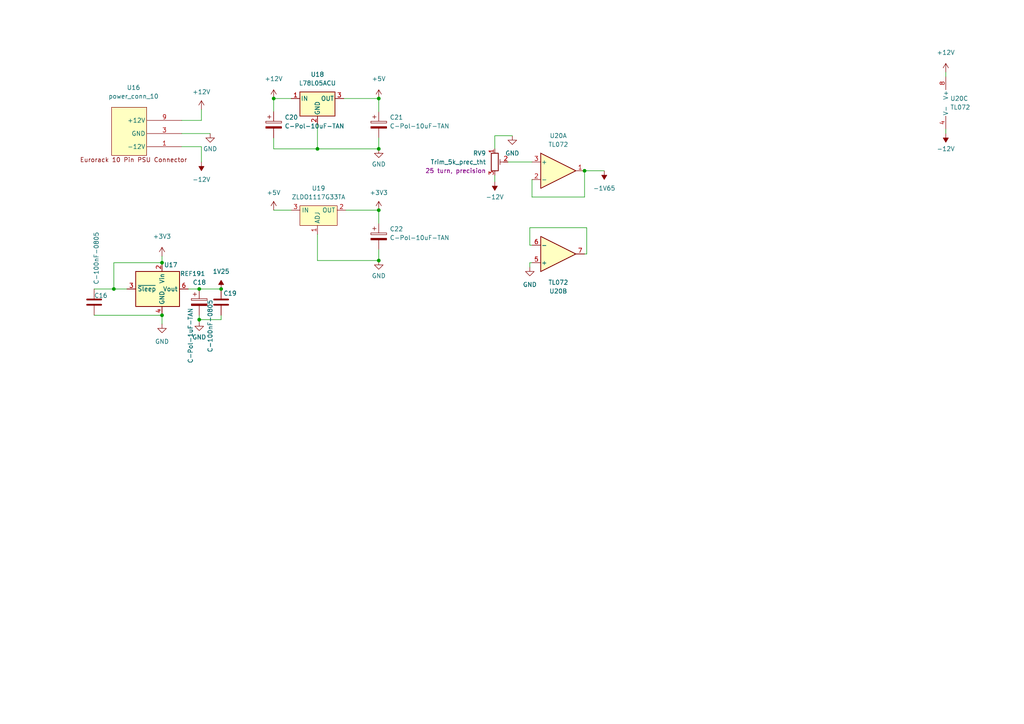
<source format=kicad_sch>
(kicad_sch (version 20211123) (generator eeschema)

  (uuid cddb8587-b792-44f6-83bb-4aacbef2657e)

  (paper "A4")

  (lib_symbols
    (symbol "eurorack:+2V048" (power) (pin_names (offset 0)) (in_bom yes) (on_board yes)
      (property "Reference" "#PWR" (id 0) (at 0 2.54 0)
        (effects (font (size 1.27 1.27)) hide)
      )
      (property "Value" "+2V048" (id 1) (at 0 3.81 0)
        (effects (font (size 1.27 1.27)))
      )
      (property "Footprint" "" (id 2) (at 0 0 0)
        (effects (font (size 1.27 1.27)) hide)
      )
      (property "Datasheet" "" (id 3) (at 0 0 0)
        (effects (font (size 1.27 1.27)) hide)
      )
      (property "ki_keywords" "power-flag" (id 4) (at 0 0 0)
        (effects (font (size 1.27 1.27)) hide)
      )
      (property "ki_description" "Power symbol creates a global label with name \"+2V048\"" (id 5) (at 0 0 0)
        (effects (font (size 1.27 1.27)) hide)
      )
      (symbol "+2V048_0_0"
        (pin power_in line (at 0 0 90) (length 0) hide
          (name "1V25" (effects (font (size 1.27 1.27))))
          (number "1" (effects (font (size 1.27 1.27))))
        )
      )
      (symbol "+2V048_0_1"
        (polyline
          (pts
            (xy 0 0)
            (xy 0 1.27)
            (xy 0.762 1.27)
            (xy 0 2.54)
            (xy -0.762 1.27)
            (xy 0 1.27)
          )
          (stroke (width 0) (type default) (color 0 0 0 0))
          (fill (type outline))
        )
      )
    )
    (symbol "eurorack:-1V65" (power) (pin_names (offset 0)) (in_bom yes) (on_board yes)
      (property "Reference" "#PWR" (id 0) (at 0 2.54 0)
        (effects (font (size 1.27 1.27)) hide)
      )
      (property "Value" "-1V65" (id 1) (at 0 3.81 0)
        (effects (font (size 1.27 1.27)))
      )
      (property "Footprint" "" (id 2) (at 0 0 0)
        (effects (font (size 1.27 1.27)) hide)
      )
      (property "Datasheet" "" (id 3) (at 0 0 0)
        (effects (font (size 1.27 1.27)) hide)
      )
      (property "ki_keywords" "power-flag" (id 4) (at 0 0 0)
        (effects (font (size 1.27 1.27)) hide)
      )
      (property "ki_description" "Power symbol creates a global label with name \"-1V65\"" (id 5) (at 0 0 0)
        (effects (font (size 1.27 1.27)) hide)
      )
      (symbol "-1V65_0_0"
        (pin power_in line (at 0 0 90) (length 0) hide
          (name "-1V65" (effects (font (size 1.27 1.27))))
          (number "1" (effects (font (size 1.27 1.27))))
        )
      )
      (symbol "-1V65_0_1"
        (polyline
          (pts
            (xy 0 0)
            (xy 0 1.27)
            (xy 0.762 1.27)
            (xy 0 2.54)
            (xy -0.762 1.27)
            (xy 0 1.27)
          )
          (stroke (width 0) (type default) (color 0 0 0 0))
          (fill (type outline))
        )
      )
    )
    (symbol "eurorack:C-100nF-0805" (pin_numbers hide) (pin_names (offset 0.254)) (in_bom yes) (on_board yes)
      (property "Reference" "C" (id 0) (at 0.635 2.54 0)
        (effects (font (size 1.27 1.27)) (justify left))
      )
      (property "Value" "C-100nF-0805" (id 1) (at 0.635 -2.54 0)
        (effects (font (size 1.27 1.27)) (justify left))
      )
      (property "Footprint" "Capacitor_SMD:C_0805_2012Metric_Pad1.18x1.45mm_HandSolder" (id 2) (at 0.9652 -3.81 0)
        (effects (font (size 1.27 1.27)) hide)
      )
      (property "Datasheet" "https://secure.reichelt.com/at/en/smd-multilayer-ceramic-capacitor-100-n-10--x7r-g0805-100n-p31879.html?&nbc=1" (id 3) (at 0 0 0)
        (effects (font (size 1.27 1.27)) hide)
      )
      (property "ki_keywords" "cap capacitor" (id 4) (at 0 0 0)
        (effects (font (size 1.27 1.27)) hide)
      )
      (property "ki_description" "Unpolarized capacitor" (id 5) (at 0 0 0)
        (effects (font (size 1.27 1.27)) hide)
      )
      (property "ki_fp_filters" "C_*" (id 6) (at 0 0 0)
        (effects (font (size 1.27 1.27)) hide)
      )
      (symbol "C-100nF-0805_0_1"
        (polyline
          (pts
            (xy -2.032 -0.762)
            (xy 2.032 -0.762)
          )
          (stroke (width 0.508) (type default) (color 0 0 0 0))
          (fill (type none))
        )
        (polyline
          (pts
            (xy -2.032 0.762)
            (xy 2.032 0.762)
          )
          (stroke (width 0.508) (type default) (color 0 0 0 0))
          (fill (type none))
        )
      )
      (symbol "C-100nF-0805_1_1"
        (pin passive line (at 0 3.81 270) (length 2.794)
          (name "~" (effects (font (size 1.27 1.27))))
          (number "1" (effects (font (size 1.27 1.27))))
        )
        (pin passive line (at 0 -3.81 90) (length 2.794)
          (name "~" (effects (font (size 1.27 1.27))))
          (number "2" (effects (font (size 1.27 1.27))))
        )
      )
    )
    (symbol "eurorack:C-Pol-10uF-TAN" (pin_numbers hide) (pin_names (offset 0.254)) (in_bom yes) (on_board yes)
      (property "Reference" "C" (id 0) (at 0.635 2.54 0)
        (effects (font (size 1.27 1.27)) (justify left))
      )
      (property "Value" "C-Pol-10uF-TAN" (id 1) (at 0.635 -2.54 0)
        (effects (font (size 1.27 1.27)) (justify left))
      )
      (property "Footprint" "Capacitor_Tantalum_SMD:CP_EIA-6032-28_Kemet-C" (id 2) (at 0.9652 -3.81 0)
        (effects (font (size 1.27 1.27)) hide)
      )
      (property "Datasheet" "https://www.reichelt.at/at/de/smd-tantal-kondensator-10-f-25v-tps-6032-10-25-p167056.html?r=1" (id 3) (at 0 0 0)
        (effects (font (size 1.27 1.27)) hide)
      )
      (property "ki_keywords" "cap capacitor" (id 4) (at 0 0 0)
        (effects (font (size 1.27 1.27)) hide)
      )
      (property "ki_description" "Polarized capacitor" (id 5) (at 0 0 0)
        (effects (font (size 1.27 1.27)) hide)
      )
      (property "ki_fp_filters" "CP_*" (id 6) (at 0 0 0)
        (effects (font (size 1.27 1.27)) hide)
      )
      (symbol "C-Pol-10uF-TAN_0_1"
        (rectangle (start -2.286 0.508) (end 2.286 1.016)
          (stroke (width 0) (type default) (color 0 0 0 0))
          (fill (type none))
        )
        (polyline
          (pts
            (xy -1.778 2.286)
            (xy -0.762 2.286)
          )
          (stroke (width 0) (type default) (color 0 0 0 0))
          (fill (type none))
        )
        (polyline
          (pts
            (xy -1.27 2.794)
            (xy -1.27 1.778)
          )
          (stroke (width 0) (type default) (color 0 0 0 0))
          (fill (type none))
        )
        (rectangle (start 2.286 -0.508) (end -2.286 -1.016)
          (stroke (width 0) (type default) (color 0 0 0 0))
          (fill (type outline))
        )
      )
      (symbol "C-Pol-10uF-TAN_1_1"
        (pin passive line (at 0 3.81 270) (length 2.794)
          (name "~" (effects (font (size 1.27 1.27))))
          (number "1" (effects (font (size 1.27 1.27))))
        )
        (pin passive line (at 0 -3.81 90) (length 2.794)
          (name "~" (effects (font (size 1.27 1.27))))
          (number "2" (effects (font (size 1.27 1.27))))
        )
      )
    )
    (symbol "eurorack:C-Pol-1uF-TAN" (pin_numbers hide) (pin_names (offset 0.254)) (in_bom yes) (on_board yes)
      (property "Reference" "C" (id 0) (at 0.635 2.54 0)
        (effects (font (size 1.27 1.27)) (justify left))
      )
      (property "Value" "C-Pol-1uF-TAN" (id 1) (at 0.635 -2.54 0)
        (effects (font (size 1.27 1.27)) (justify left))
      )
      (property "Footprint" "Capacitor_Tantalum_SMD:CP_EIA-3216-18_Kemet-A" (id 2) (at 0.9652 -3.81 0)
        (effects (font (size 1.27 1.27)) hide)
      )
      (property "Datasheet" "https://secure.reichelt.com/at/en/smd-tantalum-lowesr-1-f-10-20v-case-a-3-0-ohm-tps-3216-1-0-20-p167044.html?search=1uF+tantal&&r=1" (id 3) (at 0 0 0)
        (effects (font (size 1.27 1.27)) hide)
      )
      (property "ki_keywords" "cap capacitor" (id 4) (at 0 0 0)
        (effects (font (size 1.27 1.27)) hide)
      )
      (property "ki_description" "Polarized capacitor" (id 5) (at 0 0 0)
        (effects (font (size 1.27 1.27)) hide)
      )
      (property "ki_fp_filters" "CP_*" (id 6) (at 0 0 0)
        (effects (font (size 1.27 1.27)) hide)
      )
      (symbol "C-Pol-1uF-TAN_0_1"
        (rectangle (start -2.286 0.508) (end 2.286 1.016)
          (stroke (width 0) (type default) (color 0 0 0 0))
          (fill (type none))
        )
        (polyline
          (pts
            (xy -1.778 2.286)
            (xy -0.762 2.286)
          )
          (stroke (width 0) (type default) (color 0 0 0 0))
          (fill (type none))
        )
        (polyline
          (pts
            (xy -1.27 2.794)
            (xy -1.27 1.778)
          )
          (stroke (width 0) (type default) (color 0 0 0 0))
          (fill (type none))
        )
        (rectangle (start 2.286 -0.508) (end -2.286 -1.016)
          (stroke (width 0) (type default) (color 0 0 0 0))
          (fill (type outline))
        )
      )
      (symbol "C-Pol-1uF-TAN_1_1"
        (pin passive line (at 0 3.81 270) (length 2.794)
          (name "~" (effects (font (size 1.27 1.27))))
          (number "1" (effects (font (size 1.27 1.27))))
        )
        (pin passive line (at 0 -3.81 90) (length 2.794)
          (name "~" (effects (font (size 1.27 1.27))))
          (number "2" (effects (font (size 1.27 1.27))))
        )
      )
    )
    (symbol "eurorack:L78L05ACU" (pin_names (offset 0.254)) (in_bom yes) (on_board yes)
      (property "Reference" "U" (id 0) (at -3.81 3.175 0)
        (effects (font (size 1.27 1.27)))
      )
      (property "Value" "L78L05ACU" (id 1) (at 0 3.175 0)
        (effects (font (size 1.27 1.27)) (justify left))
      )
      (property "Footprint" "Package_TO_SOT_SMD:SOT-89-3_Handsoldering" (id 2) (at 0.635 -3.81 0)
        (effects (font (size 1.27 1.27) italic) (justify left) hide)
      )
      (property "Datasheet" "https://www.reichelt.at/at/de/spannungsregler-fest-5-v-0-1-a-4-sot-89-l78l05acu-stm-p216680.html?PROVID=2807&gclid=Cj0KCQjwio6XBhCMARIsAC0u9aGsJ613NdHO2TXYdSX3UnUBmbKOh2C_8lO8jrG2m-jIcPyTKNHQY9gaAsSyEALw_wcB" (id 3) (at 0 -1.27 0)
        (effects (font (size 1.27 1.27)) hide)
      )
      (property "ki_keywords" "Voltage Regulator 100mA" (id 4) (at 0 0 0)
        (effects (font (size 1.27 1.27)) hide)
      )
      (property "ki_description" "Positive 100mA 5V" (id 5) (at 0 0 0)
        (effects (font (size 1.27 1.27)) hide)
      )
      (property "ki_fp_filters" "TO?252* TO?263* TO?220*" (id 6) (at 0 0 0)
        (effects (font (size 1.27 1.27)) hide)
      )
      (symbol "L78L05ACU_0_1"
        (rectangle (start -5.08 1.905) (end 5.08 -5.08)
          (stroke (width 0.254) (type default) (color 0 0 0 0))
          (fill (type background))
        )
      )
      (symbol "L78L05ACU_1_1"
        (pin power_in line (at -7.62 0 0) (length 2.54)
          (name "IN" (effects (font (size 1.27 1.27))))
          (number "1" (effects (font (size 1.27 1.27))))
        )
        (pin power_in line (at 0 -7.62 90) (length 2.54)
          (name "GND" (effects (font (size 1.27 1.27))))
          (number "2" (effects (font (size 1.27 1.27))))
        )
        (pin power_out line (at 7.62 0 180) (length 2.54)
          (name "OUT" (effects (font (size 1.27 1.27))))
          (number "3" (effects (font (size 1.27 1.27))))
        )
      )
    )
    (symbol "eurorack:REF191" (in_bom yes) (on_board yes)
      (property "Reference" "U" (id 0) (at 2.54 8.89 0)
        (effects (font (size 1.27 1.27)))
      )
      (property "Value" "REF191" (id 1) (at 1.27 6.35 0)
        (effects (font (size 1.27 1.27)) (justify left))
      )
      (property "Footprint" "Package_SO:SO-8_3.9x4.9mm_P1.27mm" (id 2) (at 0 -1.27 0)
        (effects (font (size 1.27 1.27) italic) hide)
      )
      (property "Datasheet" "https://secure.reichelt.com/at/en/voltage-reference-2-048v-soic-8n-ref-191-esz-p185630.html?&trstct=pos_0&nbc=1" (id 3) (at 0 -1.27 0)
        (effects (font (size 1.27 1.27) italic) hide)
      )
      (property "ki_keywords" "Precision voltage references" (id 4) (at 0 0 0)
        (effects (font (size 1.27 1.27)) hide)
      )
      (property "ki_description" "Precision voltage references 2,048V, DIP-8/SO-8/TSSOP-8" (id 5) (at 0 0 0)
        (effects (font (size 1.27 1.27)) hide)
      )
      (property "ki_fp_filters" "DIP*W7.62mm* SOIC*3.9x4.9m*P1.27mm* TSSOP*4.4x3mm*P0.65mm*" (id 6) (at 0 0 0)
        (effects (font (size 1.27 1.27)) hide)
      )
      (symbol "REF191_0_1"
        (rectangle (start -7.62 5.08) (end 5.08 -5.08)
          (stroke (width 0.254) (type default) (color 0 0 0 0))
          (fill (type background))
        )
      )
      (symbol "REF191_1_1"
        (pin no_connect line (at -7.62 2.54 0) (length 2.54) hide
          (name "TP" (effects (font (size 1.27 1.27))))
          (number "1" (effects (font (size 1.27 1.27))))
        )
        (pin power_in line (at 0 7.62 270) (length 2.54)
          (name "Vin" (effects (font (size 1.27 1.27))))
          (number "2" (effects (font (size 1.27 1.27))))
        )
        (pin input line (at -10.16 0 0) (length 2.54)
          (name "~{Sleep}" (effects (font (size 1.27 1.27))))
          (number "3" (effects (font (size 1.27 1.27))))
        )
        (pin power_in line (at 0 -7.62 90) (length 2.54)
          (name "GND" (effects (font (size 1.27 1.27))))
          (number "4" (effects (font (size 1.27 1.27))))
        )
        (pin no_connect line (at -5.08 -5.08 90) (length 2.54) hide
          (name "TP" (effects (font (size 1.27 1.27))))
          (number "5" (effects (font (size 1.27 1.27))))
        )
        (pin power_out line (at 7.62 0 180) (length 2.54)
          (name "Vout" (effects (font (size 1.27 1.27))))
          (number "6" (effects (font (size 1.27 1.27))))
        )
        (pin no_connect line (at -2.54 -5.08 90) (length 2.54) hide
          (name "NC" (effects (font (size 1.27 1.27))))
          (number "7" (effects (font (size 1.27 1.27))))
        )
        (pin no_connect line (at 2.54 -5.08 90) (length 2.54) hide
          (name "NC" (effects (font (size 1.27 1.27))))
          (number "8" (effects (font (size 1.27 1.27))))
        )
      )
    )
    (symbol "eurorack:TL072" (pin_names (offset 0.127)) (in_bom yes) (on_board yes)
      (property "Reference" "U" (id 0) (at 0 5.08 0)
        (effects (font (size 1.27 1.27)) (justify left))
      )
      (property "Value" "TL072" (id 1) (at 0 -5.08 0)
        (effects (font (size 1.27 1.27)) (justify left))
      )
      (property "Footprint" "Package_SO:SO-8_3.9x4.9mm_P1.27mm" (id 2) (at 0 0 0)
        (effects (font (size 1.27 1.27)) hide)
      )
      (property "Datasheet" "http://www.ti.com/lit/ds/symlink/tl071.pdf" (id 3) (at 0 0 0)
        (effects (font (size 1.27 1.27)) hide)
      )
      (property "ki_locked" "" (id 4) (at 0 0 0)
        (effects (font (size 1.27 1.27)))
      )
      (property "ki_keywords" "dual opamp" (id 5) (at 0 0 0)
        (effects (font (size 1.27 1.27)) hide)
      )
      (property "ki_description" "Dual Low-Noise JFET-Input Operational Amplifiers, DIP-8/SOIC-8" (id 6) (at 0 0 0)
        (effects (font (size 1.27 1.27)) hide)
      )
      (property "ki_fp_filters" "SOIC*3.9x4.9mm*P1.27mm* DIP*W7.62mm* TO*99* OnSemi*Micro8* TSSOP*3x3mm*P0.65mm* TSSOP*4.4x3mm*P0.65mm* MSOP*3x3mm*P0.65mm* SSOP*3.9x4.9mm*P0.635mm* LFCSP*2x2mm*P0.5mm* *SIP* SOIC*5.3x6.2mm*P1.27mm*" (id 7) (at 0 0 0)
        (effects (font (size 1.27 1.27)) hide)
      )
      (symbol "TL072_1_1"
        (polyline
          (pts
            (xy -5.08 5.08)
            (xy 5.08 0)
            (xy -5.08 -5.08)
            (xy -5.08 5.08)
          )
          (stroke (width 0.254) (type default) (color 0 0 0 0))
          (fill (type background))
        )
        (pin output line (at 7.62 0 180) (length 2.54)
          (name "~" (effects (font (size 1.27 1.27))))
          (number "1" (effects (font (size 1.27 1.27))))
        )
        (pin input line (at -7.62 -2.54 0) (length 2.54)
          (name "-" (effects (font (size 1.27 1.27))))
          (number "2" (effects (font (size 1.27 1.27))))
        )
        (pin input line (at -7.62 2.54 0) (length 2.54)
          (name "+" (effects (font (size 1.27 1.27))))
          (number "3" (effects (font (size 1.27 1.27))))
        )
      )
      (symbol "TL072_2_1"
        (polyline
          (pts
            (xy -5.08 5.08)
            (xy 5.08 0)
            (xy -5.08 -5.08)
            (xy -5.08 5.08)
          )
          (stroke (width 0.254) (type default) (color 0 0 0 0))
          (fill (type background))
        )
        (pin input line (at -7.62 2.54 0) (length 2.54)
          (name "+" (effects (font (size 1.27 1.27))))
          (number "5" (effects (font (size 1.27 1.27))))
        )
        (pin input line (at -7.62 -2.54 0) (length 2.54)
          (name "-" (effects (font (size 1.27 1.27))))
          (number "6" (effects (font (size 1.27 1.27))))
        )
        (pin output line (at 7.62 0 180) (length 2.54)
          (name "~" (effects (font (size 1.27 1.27))))
          (number "7" (effects (font (size 1.27 1.27))))
        )
      )
      (symbol "TL072_3_1"
        (pin power_in line (at -2.54 -7.62 90) (length 3.81)
          (name "V-" (effects (font (size 1.27 1.27))))
          (number "4" (effects (font (size 1.27 1.27))))
        )
        (pin power_in line (at -2.54 7.62 270) (length 3.81)
          (name "V+" (effects (font (size 1.27 1.27))))
          (number "8" (effects (font (size 1.27 1.27))))
        )
      )
    )
    (symbol "eurorack:Trim_5k_prec_tht" (pin_names (offset 1.016) hide) (in_bom yes) (on_board yes)
      (property "Reference" "RV" (id 0) (at -4.445 0 90)
        (effects (font (size 1.27 1.27)))
      )
      (property "Value" "Trim_5k_prec_tht" (id 1) (at -2.54 0 90)
        (effects (font (size 1.27 1.27)))
      )
      (property "Footprint" "eurorack:trim_2.5mm" (id 2) (at 0 0 0)
        (effects (font (size 1.27 1.27)) hide)
      )
      (property "Datasheet" "https://secure.reichelt.com/at/en/precision-potentiometer-25-turns-upright-5-0-k-x2126--64y-5-0k-p2723.html?&trstct=pos_0&nbc=1" (id 3) (at 0 0 0)
        (effects (font (size 1.27 1.27)) hide)
      )
      (property "Note" "25 turn, precision" (id 4) (at 0 0 0)
        (effects (font (size 1.27 1.27)))
      )
      (property "ki_keywords" "resistor variable trimpot trimmer" (id 5) (at 0 0 0)
        (effects (font (size 1.27 1.27)) hide)
      )
      (property "ki_description" "Trim-potentiometer" (id 6) (at 0 0 0)
        (effects (font (size 1.27 1.27)) hide)
      )
      (property "ki_fp_filters" "Potentiometer*" (id 7) (at 0 0 0)
        (effects (font (size 1.27 1.27)) hide)
      )
      (symbol "Trim_5k_prec_tht_0_1"
        (polyline
          (pts
            (xy 1.524 0.762)
            (xy 1.524 -0.762)
          )
          (stroke (width 0) (type default) (color 0 0 0 0))
          (fill (type none))
        )
        (polyline
          (pts
            (xy 2.54 0)
            (xy 1.524 0)
          )
          (stroke (width 0) (type default) (color 0 0 0 0))
          (fill (type none))
        )
        (rectangle (start 1.016 2.54) (end -1.016 -2.54)
          (stroke (width 0.254) (type default) (color 0 0 0 0))
          (fill (type none))
        )
      )
      (symbol "Trim_5k_prec_tht_1_1"
        (pin passive line (at 0 3.81 270) (length 1.27)
          (name "1" (effects (font (size 1.27 1.27))))
          (number "1" (effects (font (size 1.27 1.27))))
        )
        (pin passive line (at 3.81 0 180) (length 1.27)
          (name "2" (effects (font (size 1.27 1.27))))
          (number "2" (effects (font (size 1.27 1.27))))
        )
        (pin passive line (at 0 -3.81 90) (length 1.27)
          (name "3" (effects (font (size 1.27 1.27))))
          (number "3" (effects (font (size 1.27 1.27))))
        )
      )
    )
    (symbol "eurorack:ZLDO1117G33TA" (in_bom yes) (on_board yes)
      (property "Reference" "U" (id 0) (at 0 0 0)
        (effects (font (size 1.27 1.27)))
      )
      (property "Value" "ZLDO1117G33TA" (id 1) (at 0 1.905 0)
        (effects (font (size 1.27 1.27)))
      )
      (property "Footprint" "Package_TO_SOT_SMD:SOT-223" (id 2) (at 0 0 0)
        (effects (font (size 1.27 1.27)) hide)
      )
      (property "Datasheet" "https://www.reichelt.com/at/en/ldo-voltage-regulator-3-3v-sot-223-3-zldo1117g33ta-p219149.html?&trstct=pos_13&nbc=1" (id 3) (at 0 0 0)
        (effects (font (size 1.27 1.27)) hide)
      )
      (property "ki_description" "3,3V SMD Regulator, 1A max" (id 4) (at 0 0 0)
        (effects (font (size 1.27 1.27)) hide)
      )
      (symbol "ZLDO1117G33TA_0_1"
        (rectangle (start -5.08 -1.27) (end 5.715 -6.985)
          (stroke (width 0) (type default) (color 0 0 0 0))
          (fill (type background))
        )
      )
      (symbol "ZLDO1117G33TA_1_1"
        (pin power_in line (at 0 -9.525 90) (length 2.54)
          (name "ADJ" (effects (font (size 1.27 1.27))))
          (number "1" (effects (font (size 1.27 1.27))))
        )
        (pin power_out line (at 8.255 -2.54 180) (length 2.54)
          (name "OUT" (effects (font (size 1.27 1.27))))
          (number "2" (effects (font (size 1.27 1.27))))
        )
        (pin power_in line (at -7.62 -2.54 0) (length 2.54)
          (name "IN" (effects (font (size 1.27 1.27))))
          (number "3" (effects (font (size 1.27 1.27))))
        )
        (pin power_in line (at 8.255 -2.54 180) (length 2.54) hide
          (name "OUT" (effects (font (size 1.27 1.27))))
          (number "4" (effects (font (size 1.27 1.27))))
        )
      )
    )
    (symbol "eurorack:power_conn_10" (in_bom yes) (on_board yes)
      (property "Reference" "U" (id 0) (at 0 6.35 0)
        (effects (font (size 1.27 1.27)))
      )
      (property "Value" "power_conn_10" (id 1) (at 0 3.81 0)
        (effects (font (size 1.27 1.27)))
      )
      (property "Footprint" "eurorack:power_10" (id 2) (at 2.54 -16.51 0)
        (effects (font (size 1.27 1.27)) hide)
      )
      (property "Datasheet" "" (id 3) (at 0 0 0)
        (effects (font (size 1.27 1.27)) hide)
      )
      (symbol "power_conn_10_0_0"
        (text "Eurorack 10 Pin PSU Connector" (at 1.27 -13.97 0)
          (effects (font (size 1.27 1.27)))
        )
        (pin passive line (at 15.24 -2.54 180) (length 10) hide
          (name "+12V" (effects (font (size 1.27 1.27))))
          (number "10" (effects (font (size 1.27 1.27))))
        )
        (pin passive line (at 15.24 -10.16 180) (length 10) hide
          (name "-12V" (effects (font (size 1.27 1.27))))
          (number "2" (effects (font (size 1.27 1.27))))
        )
        (pin passive line (at 15.24 -6.35 180) (length 10) hide
          (name "GND" (effects (font (size 1.27 1.27))))
          (number "4" (effects (font (size 1.27 1.27))))
        )
        (pin passive line (at 15.24 -6.35 180) (length 10) hide
          (name "GND" (effects (font (size 1.27 1.27))))
          (number "5" (effects (font (size 1.27 1.27))))
        )
        (pin passive line (at 15.24 -6.35 180) (length 10) hide
          (name "GND" (effects (font (size 1.27 1.27))))
          (number "6" (effects (font (size 1.27 1.27))))
        )
        (pin passive line (at 15.24 -6.35 180) (length 10) hide
          (name "GND" (effects (font (size 1.27 1.27))))
          (number "7" (effects (font (size 1.27 1.27))))
        )
        (pin passive line (at 15.24 -6.35 180) (length 10) hide
          (name "GND" (effects (font (size 1.27 1.27))))
          (number "8" (effects (font (size 1.27 1.27))))
        )
      )
      (symbol "power_conn_10_0_1"
        (rectangle (start -5.08 1.27) (end 5.08 -12.7)
          (stroke (width 0) (type default) (color 0 0 0 0))
          (fill (type background))
        )
      )
      (symbol "power_conn_10_1_1"
        (pin passive line (at 15.24 -10.16 180) (length 10)
          (name "-12V" (effects (font (size 1.27 1.27))))
          (number "1" (effects (font (size 1.27 1.27))))
        )
        (pin passive line (at 15.24 -6.35 180) (length 10)
          (name "GND" (effects (font (size 1.27 1.27))))
          (number "3" (effects (font (size 1.27 1.27))))
        )
        (pin passive line (at 15.24 -2.54 180) (length 10)
          (name "+12V" (effects (font (size 1.27 1.27))))
          (number "9" (effects (font (size 1.27 1.27))))
        )
      )
    )
    (symbol "power:+12V" (power) (pin_names (offset 0)) (in_bom yes) (on_board yes)
      (property "Reference" "#PWR" (id 0) (at 0 -3.81 0)
        (effects (font (size 1.27 1.27)) hide)
      )
      (property "Value" "+12V" (id 1) (at 0 3.556 0)
        (effects (font (size 1.27 1.27)))
      )
      (property "Footprint" "" (id 2) (at 0 0 0)
        (effects (font (size 1.27 1.27)) hide)
      )
      (property "Datasheet" "" (id 3) (at 0 0 0)
        (effects (font (size 1.27 1.27)) hide)
      )
      (property "ki_keywords" "power-flag" (id 4) (at 0 0 0)
        (effects (font (size 1.27 1.27)) hide)
      )
      (property "ki_description" "Power symbol creates a global label with name \"+12V\"" (id 5) (at 0 0 0)
        (effects (font (size 1.27 1.27)) hide)
      )
      (symbol "+12V_0_1"
        (polyline
          (pts
            (xy -0.762 1.27)
            (xy 0 2.54)
          )
          (stroke (width 0) (type default) (color 0 0 0 0))
          (fill (type none))
        )
        (polyline
          (pts
            (xy 0 0)
            (xy 0 2.54)
          )
          (stroke (width 0) (type default) (color 0 0 0 0))
          (fill (type none))
        )
        (polyline
          (pts
            (xy 0 2.54)
            (xy 0.762 1.27)
          )
          (stroke (width 0) (type default) (color 0 0 0 0))
          (fill (type none))
        )
      )
      (symbol "+12V_1_1"
        (pin power_in line (at 0 0 90) (length 0) hide
          (name "+12V" (effects (font (size 1.27 1.27))))
          (number "1" (effects (font (size 1.27 1.27))))
        )
      )
    )
    (symbol "power:+3V3" (power) (pin_names (offset 0)) (in_bom yes) (on_board yes)
      (property "Reference" "#PWR" (id 0) (at 0 -3.81 0)
        (effects (font (size 1.27 1.27)) hide)
      )
      (property "Value" "+3V3" (id 1) (at 0 3.556 0)
        (effects (font (size 1.27 1.27)))
      )
      (property "Footprint" "" (id 2) (at 0 0 0)
        (effects (font (size 1.27 1.27)) hide)
      )
      (property "Datasheet" "" (id 3) (at 0 0 0)
        (effects (font (size 1.27 1.27)) hide)
      )
      (property "ki_keywords" "power-flag" (id 4) (at 0 0 0)
        (effects (font (size 1.27 1.27)) hide)
      )
      (property "ki_description" "Power symbol creates a global label with name \"+3V3\"" (id 5) (at 0 0 0)
        (effects (font (size 1.27 1.27)) hide)
      )
      (symbol "+3V3_0_1"
        (polyline
          (pts
            (xy -0.762 1.27)
            (xy 0 2.54)
          )
          (stroke (width 0) (type default) (color 0 0 0 0))
          (fill (type none))
        )
        (polyline
          (pts
            (xy 0 0)
            (xy 0 2.54)
          )
          (stroke (width 0) (type default) (color 0 0 0 0))
          (fill (type none))
        )
        (polyline
          (pts
            (xy 0 2.54)
            (xy 0.762 1.27)
          )
          (stroke (width 0) (type default) (color 0 0 0 0))
          (fill (type none))
        )
      )
      (symbol "+3V3_1_1"
        (pin power_in line (at 0 0 90) (length 0) hide
          (name "+3V3" (effects (font (size 1.27 1.27))))
          (number "1" (effects (font (size 1.27 1.27))))
        )
      )
    )
    (symbol "power:+5V" (power) (pin_names (offset 0)) (in_bom yes) (on_board yes)
      (property "Reference" "#PWR" (id 0) (at 0 -3.81 0)
        (effects (font (size 1.27 1.27)) hide)
      )
      (property "Value" "+5V" (id 1) (at 0 3.556 0)
        (effects (font (size 1.27 1.27)))
      )
      (property "Footprint" "" (id 2) (at 0 0 0)
        (effects (font (size 1.27 1.27)) hide)
      )
      (property "Datasheet" "" (id 3) (at 0 0 0)
        (effects (font (size 1.27 1.27)) hide)
      )
      (property "ki_keywords" "power-flag" (id 4) (at 0 0 0)
        (effects (font (size 1.27 1.27)) hide)
      )
      (property "ki_description" "Power symbol creates a global label with name \"+5V\"" (id 5) (at 0 0 0)
        (effects (font (size 1.27 1.27)) hide)
      )
      (symbol "+5V_0_1"
        (polyline
          (pts
            (xy -0.762 1.27)
            (xy 0 2.54)
          )
          (stroke (width 0) (type default) (color 0 0 0 0))
          (fill (type none))
        )
        (polyline
          (pts
            (xy 0 0)
            (xy 0 2.54)
          )
          (stroke (width 0) (type default) (color 0 0 0 0))
          (fill (type none))
        )
        (polyline
          (pts
            (xy 0 2.54)
            (xy 0.762 1.27)
          )
          (stroke (width 0) (type default) (color 0 0 0 0))
          (fill (type none))
        )
      )
      (symbol "+5V_1_1"
        (pin power_in line (at 0 0 90) (length 0) hide
          (name "+5V" (effects (font (size 1.27 1.27))))
          (number "1" (effects (font (size 1.27 1.27))))
        )
      )
    )
    (symbol "power:-12V" (power) (pin_names (offset 0)) (in_bom yes) (on_board yes)
      (property "Reference" "#PWR" (id 0) (at 0 2.54 0)
        (effects (font (size 1.27 1.27)) hide)
      )
      (property "Value" "-12V" (id 1) (at 0 3.81 0)
        (effects (font (size 1.27 1.27)))
      )
      (property "Footprint" "" (id 2) (at 0 0 0)
        (effects (font (size 1.27 1.27)) hide)
      )
      (property "Datasheet" "" (id 3) (at 0 0 0)
        (effects (font (size 1.27 1.27)) hide)
      )
      (property "ki_keywords" "power-flag" (id 4) (at 0 0 0)
        (effects (font (size 1.27 1.27)) hide)
      )
      (property "ki_description" "Power symbol creates a global label with name \"-12V\"" (id 5) (at 0 0 0)
        (effects (font (size 1.27 1.27)) hide)
      )
      (symbol "-12V_0_0"
        (pin power_in line (at 0 0 90) (length 0) hide
          (name "-12V" (effects (font (size 1.27 1.27))))
          (number "1" (effects (font (size 1.27 1.27))))
        )
      )
      (symbol "-12V_0_1"
        (polyline
          (pts
            (xy 0 0)
            (xy 0 1.27)
            (xy 0.762 1.27)
            (xy 0 2.54)
            (xy -0.762 1.27)
            (xy 0 1.27)
          )
          (stroke (width 0) (type default) (color 0 0 0 0))
          (fill (type outline))
        )
      )
    )
    (symbol "power:GND" (power) (pin_names (offset 0)) (in_bom yes) (on_board yes)
      (property "Reference" "#PWR" (id 0) (at 0 -6.35 0)
        (effects (font (size 1.27 1.27)) hide)
      )
      (property "Value" "GND" (id 1) (at 0 -3.81 0)
        (effects (font (size 1.27 1.27)))
      )
      (property "Footprint" "" (id 2) (at 0 0 0)
        (effects (font (size 1.27 1.27)) hide)
      )
      (property "Datasheet" "" (id 3) (at 0 0 0)
        (effects (font (size 1.27 1.27)) hide)
      )
      (property "ki_keywords" "power-flag" (id 4) (at 0 0 0)
        (effects (font (size 1.27 1.27)) hide)
      )
      (property "ki_description" "Power symbol creates a global label with name \"GND\" , ground" (id 5) (at 0 0 0)
        (effects (font (size 1.27 1.27)) hide)
      )
      (symbol "GND_0_1"
        (polyline
          (pts
            (xy 0 0)
            (xy 0 -1.27)
            (xy 1.27 -1.27)
            (xy 0 -2.54)
            (xy -1.27 -1.27)
            (xy 0 -1.27)
          )
          (stroke (width 0) (type default) (color 0 0 0 0))
          (fill (type none))
        )
      )
      (symbol "GND_1_1"
        (pin power_in line (at 0 0 270) (length 0) hide
          (name "GND" (effects (font (size 1.27 1.27))))
          (number "1" (effects (font (size 1.27 1.27))))
        )
      )
    )
  )

  (junction (at 109.855 43.18) (diameter 0) (color 0 0 0 0)
    (uuid 1a4b81bb-1195-4cfd-883b-63c38391cf02)
  )
  (junction (at 109.855 60.96) (diameter 0) (color 0 0 0 0)
    (uuid 3d1e7952-e07f-4a88-bf93-62d7ff899957)
  )
  (junction (at 92.075 43.18) (diameter 0) (color 0 0 0 0)
    (uuid 520b22b8-b0a6-489d-a739-085d83f2ec20)
  )
  (junction (at 79.375 28.575) (diameter 0) (color 0 0 0 0)
    (uuid 5b17b203-5034-419f-93c0-1a033c455b70)
  )
  (junction (at 57.785 83.82) (diameter 0) (color 0 0 0 0)
    (uuid 762fb739-82dc-48cd-bcd0-7436d60312cd)
  )
  (junction (at 109.855 75.565) (diameter 0) (color 0 0 0 0)
    (uuid 869cb403-d8e6-45ae-8592-2c71160b9454)
  )
  (junction (at 57.785 92.71) (diameter 0) (color 0 0 0 0)
    (uuid 88e6832e-1c81-4cba-aa54-ac9da1fedfc4)
  )
  (junction (at 169.545 49.53) (diameter 0) (color 0 0 0 0)
    (uuid b249aa7a-dc63-4a22-8ce3-c66f8039e5c0)
  )
  (junction (at 46.99 76.2) (diameter 0) (color 0 0 0 0)
    (uuid b3624299-dc69-47e1-942c-61ec61ffe4d4)
  )
  (junction (at 109.855 28.575) (diameter 0) (color 0 0 0 0)
    (uuid d06386da-a3e2-4f70-a97d-63f98eb42634)
  )
  (junction (at 33.02 83.82) (diameter 0) (color 0 0 0 0)
    (uuid d16fd613-313f-4d4c-a109-ec42128d60a8)
  )
  (junction (at 46.99 91.44) (diameter 0) (color 0 0 0 0)
    (uuid de149bcc-e024-460a-8adf-16f06aa6d617)
  )
  (junction (at 64.135 83.82) (diameter 0) (color 0 0 0 0)
    (uuid e9a8df3d-bf56-40b8-9491-29faea66822d)
  )

  (wire (pts (xy 79.375 28.575) (xy 79.375 32.385))
    (stroke (width 0) (type default) (color 0 0 0 0))
    (uuid 020dc2eb-474f-496f-8518-54be14a1ce0f)
  )
  (wire (pts (xy 46.99 91.44) (xy 46.99 93.98))
    (stroke (width 0) (type default) (color 0 0 0 0))
    (uuid 0dea4a7f-6dc3-4b6d-a485-44dbd7d6f80b)
  )
  (wire (pts (xy 92.075 36.195) (xy 92.075 43.18))
    (stroke (width 0) (type default) (color 0 0 0 0))
    (uuid 13b54fb8-1847-478f-820f-11f28d31b1ef)
  )
  (wire (pts (xy 153.67 76.2) (xy 153.67 77.47))
    (stroke (width 0) (type default) (color 0 0 0 0))
    (uuid 1a8d7cc5-0748-4da4-902b-8e99e4371783)
  )
  (wire (pts (xy 100.33 60.96) (xy 109.855 60.96))
    (stroke (width 0) (type default) (color 0 0 0 0))
    (uuid 220f41e9-575b-4029-91bf-038ad11fbc68)
  )
  (wire (pts (xy 33.02 83.82) (xy 33.02 76.2))
    (stroke (width 0) (type default) (color 0 0 0 0))
    (uuid 251061e1-8224-4d96-ba66-d9090cd6d615)
  )
  (wire (pts (xy 109.855 60.96) (xy 109.855 64.77))
    (stroke (width 0) (type default) (color 0 0 0 0))
    (uuid 2606e9cc-4a19-42f8-9df4-2bbf9b6debfd)
  )
  (wire (pts (xy 46.99 74.295) (xy 46.99 76.2))
    (stroke (width 0) (type default) (color 0 0 0 0))
    (uuid 306e31a3-619c-4009-b59d-0779c7772286)
  )
  (wire (pts (xy 79.375 43.18) (xy 92.075 43.18))
    (stroke (width 0) (type default) (color 0 0 0 0))
    (uuid 30ee9500-8f08-4df7-bc71-a426324504ca)
  )
  (wire (pts (xy 274.32 20.955) (xy 274.32 22.225))
    (stroke (width 0) (type default) (color 0 0 0 0))
    (uuid 32314655-32cc-4c58-bae5-5e9e63a3707b)
  )
  (wire (pts (xy 52.705 38.735) (xy 60.96 38.735))
    (stroke (width 0) (type default) (color 0 0 0 0))
    (uuid 3a89afc5-b420-4035-9d9e-ba6eb7ed160c)
  )
  (wire (pts (xy 109.855 40.005) (xy 109.855 43.18))
    (stroke (width 0) (type default) (color 0 0 0 0))
    (uuid 42689d6a-821b-4505-b9c0-5b90cf7da63e)
  )
  (wire (pts (xy 64.135 92.71) (xy 57.785 92.71))
    (stroke (width 0) (type default) (color 0 0 0 0))
    (uuid 4a1108e3-b01f-419e-8e17-d113e2151a97)
  )
  (wire (pts (xy 57.785 91.44) (xy 57.785 92.71))
    (stroke (width 0) (type default) (color 0 0 0 0))
    (uuid 56fc7df3-6435-4e3d-9cd2-ae4377b04e27)
  )
  (wire (pts (xy 27.305 91.44) (xy 46.99 91.44))
    (stroke (width 0) (type default) (color 0 0 0 0))
    (uuid 66081da6-3373-47d7-9150-b7ee81f631ba)
  )
  (wire (pts (xy 79.375 28.575) (xy 84.455 28.575))
    (stroke (width 0) (type default) (color 0 0 0 0))
    (uuid 69ef7ed6-3386-47b4-a7ed-d471b06ce2a2)
  )
  (wire (pts (xy 36.83 83.82) (xy 33.02 83.82))
    (stroke (width 0) (type default) (color 0 0 0 0))
    (uuid 6a7946d9-8082-4789-ad93-5bfff05c8ecb)
  )
  (wire (pts (xy 79.375 40.005) (xy 79.375 43.18))
    (stroke (width 0) (type default) (color 0 0 0 0))
    (uuid 74c60c47-c408-440f-a3aa-b14f8a917c74)
  )
  (wire (pts (xy 154.305 76.2) (xy 153.67 76.2))
    (stroke (width 0) (type default) (color 0 0 0 0))
    (uuid 775ff63c-068c-4e85-871c-01ea70c5d338)
  )
  (wire (pts (xy 52.705 42.545) (xy 58.42 42.545))
    (stroke (width 0) (type default) (color 0 0 0 0))
    (uuid 77b433e7-ea3d-4289-9395-189667cc3cc7)
  )
  (wire (pts (xy 27.305 83.82) (xy 33.02 83.82))
    (stroke (width 0) (type default) (color 0 0 0 0))
    (uuid 807a5643-0d02-4a93-8a59-ef2c068e34cc)
  )
  (wire (pts (xy 52.705 34.925) (xy 58.42 34.925))
    (stroke (width 0) (type default) (color 0 0 0 0))
    (uuid 8522fb32-67ed-4d42-bd7c-28f4f0c3fdeb)
  )
  (wire (pts (xy 109.855 28.575) (xy 109.855 32.385))
    (stroke (width 0) (type default) (color 0 0 0 0))
    (uuid 8568f282-ec5b-4b61-9846-e517a99feba6)
  )
  (wire (pts (xy 64.135 91.44) (xy 64.135 92.71))
    (stroke (width 0) (type default) (color 0 0 0 0))
    (uuid 901c9689-bbaa-402d-97d6-9dcc3e12d751)
  )
  (wire (pts (xy 143.51 39.37) (xy 148.59 39.37))
    (stroke (width 0) (type default) (color 0 0 0 0))
    (uuid 9286c966-744c-4ec7-a90b-db19dc193109)
  )
  (wire (pts (xy 79.375 60.96) (xy 84.455 60.96))
    (stroke (width 0) (type default) (color 0 0 0 0))
    (uuid 930957bc-3f23-4859-9f08-004629849aab)
  )
  (wire (pts (xy 143.51 50.8) (xy 143.51 52.705))
    (stroke (width 0) (type default) (color 0 0 0 0))
    (uuid 95d3c179-2c40-4ee5-a428-96b61c39fcce)
  )
  (wire (pts (xy 154.305 57.15) (xy 169.545 57.15))
    (stroke (width 0) (type default) (color 0 0 0 0))
    (uuid 97d14ddd-8638-4043-b48a-37131a855f06)
  )
  (wire (pts (xy 153.67 66.04) (xy 170.18 66.04))
    (stroke (width 0) (type default) (color 0 0 0 0))
    (uuid 97dda2f9-6bc8-4eb5-a0a9-064c3fe58dbc)
  )
  (wire (pts (xy 57.785 92.71) (xy 57.785 93.345))
    (stroke (width 0) (type default) (color 0 0 0 0))
    (uuid 98dc3286-f72a-49fb-a1fa-741af929788d)
  )
  (wire (pts (xy 274.32 37.465) (xy 274.32 38.735))
    (stroke (width 0) (type default) (color 0 0 0 0))
    (uuid a4ff8c6c-4e88-4833-9141-b08f04a416e9)
  )
  (wire (pts (xy 99.695 28.575) (xy 109.855 28.575))
    (stroke (width 0) (type default) (color 0 0 0 0))
    (uuid a72a5132-a655-4780-be0e-506dfb15651f)
  )
  (wire (pts (xy 33.02 76.2) (xy 46.99 76.2))
    (stroke (width 0) (type default) (color 0 0 0 0))
    (uuid b200d2b7-382f-4d57-a277-41c4570d4303)
  )
  (wire (pts (xy 92.075 67.945) (xy 92.075 75.565))
    (stroke (width 0) (type default) (color 0 0 0 0))
    (uuid b37a7972-f88c-428c-a86f-056b37cd4223)
  )
  (wire (pts (xy 54.61 83.82) (xy 57.785 83.82))
    (stroke (width 0) (type default) (color 0 0 0 0))
    (uuid c2dce361-5c8e-4997-b2cd-ce06602a6203)
  )
  (wire (pts (xy 57.785 83.82) (xy 64.135 83.82))
    (stroke (width 0) (type default) (color 0 0 0 0))
    (uuid c5f0e036-e718-4445-bf83-18f46086c08e)
  )
  (wire (pts (xy 147.32 46.99) (xy 154.305 46.99))
    (stroke (width 0) (type default) (color 0 0 0 0))
    (uuid c9abc670-f50e-41a7-b0c8-f35a108eed71)
  )
  (wire (pts (xy 170.18 66.04) (xy 170.18 73.66))
    (stroke (width 0) (type default) (color 0 0 0 0))
    (uuid d070b372-c0c6-40c7-92de-311f2b2ed224)
  )
  (wire (pts (xy 153.67 71.12) (xy 154.305 71.12))
    (stroke (width 0) (type default) (color 0 0 0 0))
    (uuid d1e76a16-2fd2-4f1f-be3f-d7ce3a3ada05)
  )
  (wire (pts (xy 143.51 43.18) (xy 143.51 39.37))
    (stroke (width 0) (type default) (color 0 0 0 0))
    (uuid d8adad25-b5c2-43c8-b404-5dfbbbca45eb)
  )
  (wire (pts (xy 58.42 34.925) (xy 58.42 31.75))
    (stroke (width 0) (type default) (color 0 0 0 0))
    (uuid df81c4e6-dfee-4e7a-b5d2-26e7b8648e19)
  )
  (wire (pts (xy 170.18 73.66) (xy 169.545 73.66))
    (stroke (width 0) (type default) (color 0 0 0 0))
    (uuid e0d38d11-a2ee-4c7d-9023-8ebdf0cc897d)
  )
  (wire (pts (xy 169.545 57.15) (xy 169.545 49.53))
    (stroke (width 0) (type default) (color 0 0 0 0))
    (uuid e0e6b01e-156a-43c4-a576-e72b6c95bfa8)
  )
  (wire (pts (xy 169.545 49.53) (xy 175.26 49.53))
    (stroke (width 0) (type default) (color 0 0 0 0))
    (uuid e225afe9-542c-4746-a4d3-841c7c2464d1)
  )
  (wire (pts (xy 153.67 71.12) (xy 153.67 66.04))
    (stroke (width 0) (type default) (color 0 0 0 0))
    (uuid e48dc329-a3c1-48c3-8f79-5470000470b6)
  )
  (wire (pts (xy 154.305 52.07) (xy 154.305 57.15))
    (stroke (width 0) (type default) (color 0 0 0 0))
    (uuid ecc0a29b-1988-42aa-aaf3-9a4e3afef900)
  )
  (wire (pts (xy 58.42 42.545) (xy 58.42 46.99))
    (stroke (width 0) (type default) (color 0 0 0 0))
    (uuid ee60a061-1c60-44b4-927e-90867efd0d5d)
  )
  (wire (pts (xy 92.075 43.18) (xy 109.855 43.18))
    (stroke (width 0) (type default) (color 0 0 0 0))
    (uuid f101cb1a-5b89-4bfd-90d0-5c2dae413345)
  )
  (wire (pts (xy 92.075 75.565) (xy 109.855 75.565))
    (stroke (width 0) (type default) (color 0 0 0 0))
    (uuid f8aa346d-c918-486c-8a5c-a637b8932b4e)
  )
  (wire (pts (xy 109.855 72.39) (xy 109.855 75.565))
    (stroke (width 0) (type default) (color 0 0 0 0))
    (uuid fb94e6a5-5702-4c03-a071-9b54cf462fc7)
  )

  (symbol (lib_id "eurorack:power_conn_10") (at 37.465 32.385 0) (unit 1)
    (in_bom yes) (on_board yes) (fields_autoplaced)
    (uuid 0110dc09-7260-4b72-824b-88272648f7c3)
    (property "Reference" "U16" (id 0) (at 38.735 25.4 0))
    (property "Value" "power_conn_10" (id 1) (at 38.735 27.94 0))
    (property "Footprint" "eurorack:power_10" (id 2) (at 40.005 48.895 0)
      (effects (font (size 1.27 1.27)) hide)
    )
    (property "Datasheet" "" (id 3) (at 37.465 32.385 0)
      (effects (font (size 1.27 1.27)) hide)
    )
    (pin "10" (uuid a45d2dd7-53a5-4cfd-92f3-f5f9496b3443))
    (pin "2" (uuid 94891a7b-484b-44d2-ad01-b3555e1dda6b))
    (pin "4" (uuid 898f5c06-1da9-4b8e-a8e9-ea521df42a89))
    (pin "5" (uuid aadab0ae-fba7-419a-9254-38bb7ddc9096))
    (pin "6" (uuid 3058875a-ed28-4d71-9b42-6c13f2ee2b51))
    (pin "7" (uuid bca1fa6a-7989-4458-ac98-9d508562f3f7))
    (pin "8" (uuid 11e2ba29-8097-4401-a18c-edd3e9b4b57b))
    (pin "1" (uuid 1d9a138a-4a83-4049-adda-21278f291f2c))
    (pin "3" (uuid 0ff00bb7-155e-443d-84f3-0e38d6414e9d))
    (pin "9" (uuid 0e4bddbf-badc-4d40-9d9b-609116ebcdbd))
  )

  (symbol (lib_id "power:-12V") (at 143.51 52.705 180) (unit 1)
    (in_bom yes) (on_board yes) (fields_autoplaced)
    (uuid 0671fe2c-4d2a-4ddb-849f-9250cbc0774a)
    (property "Reference" "#PWR087" (id 0) (at 143.51 55.245 0)
      (effects (font (size 1.27 1.27)) hide)
    )
    (property "Value" "-12V" (id 1) (at 143.51 57.15 0))
    (property "Footprint" "" (id 2) (at 143.51 52.705 0)
      (effects (font (size 1.27 1.27)) hide)
    )
    (property "Datasheet" "" (id 3) (at 143.51 52.705 0)
      (effects (font (size 1.27 1.27)) hide)
    )
    (pin "1" (uuid 32617ab0-e6ae-4721-ba0c-cb73ee9364bd))
  )

  (symbol (lib_id "power:+12V") (at 79.375 28.575 0) (unit 1)
    (in_bom yes) (on_board yes) (fields_autoplaced)
    (uuid 096b5392-b9dc-427a-8737-ea092f5d8dc6)
    (property "Reference" "#PWR081" (id 0) (at 79.375 32.385 0)
      (effects (font (size 1.27 1.27)) hide)
    )
    (property "Value" "+12V" (id 1) (at 79.375 22.86 0))
    (property "Footprint" "" (id 2) (at 79.375 28.575 0)
      (effects (font (size 1.27 1.27)) hide)
    )
    (property "Datasheet" "" (id 3) (at 79.375 28.575 0)
      (effects (font (size 1.27 1.27)) hide)
    )
    (pin "1" (uuid dcb37ab6-e6eb-44d9-9970-d25590b8aa98))
  )

  (symbol (lib_id "power:GND") (at 109.855 75.565 0) (unit 1)
    (in_bom yes) (on_board yes) (fields_autoplaced)
    (uuid 0cd7cf84-f35d-4b56-b015-61b7817bc01f)
    (property "Reference" "#PWR086" (id 0) (at 109.855 81.915 0)
      (effects (font (size 1.27 1.27)) hide)
    )
    (property "Value" "GND" (id 1) (at 109.855 80.01 0))
    (property "Footprint" "" (id 2) (at 109.855 75.565 0)
      (effects (font (size 1.27 1.27)) hide)
    )
    (property "Datasheet" "" (id 3) (at 109.855 75.565 0)
      (effects (font (size 1.27 1.27)) hide)
    )
    (pin "1" (uuid 0ca6e8a4-7a1c-42c2-800f-33836ed5bd36))
  )

  (symbol (lib_id "eurorack:Trim_5k_prec_tht") (at 143.51 46.99 0) (unit 1)
    (in_bom yes) (on_board yes) (fields_autoplaced)
    (uuid 198d0af1-5b67-4603-95c5-4cd87c500db2)
    (property "Reference" "RV9" (id 0) (at 140.97 44.4499 0)
      (effects (font (size 1.27 1.27)) (justify right))
    )
    (property "Value" "Trim_5k_prec_tht" (id 1) (at 140.97 46.9899 0)
      (effects (font (size 1.27 1.27)) (justify right))
    )
    (property "Footprint" "eurorack:trim_2.5mm" (id 2) (at 143.51 46.99 0)
      (effects (font (size 1.27 1.27)) hide)
    )
    (property "Datasheet" "https://secure.reichelt.com/at/en/precision-potentiometer-25-turns-upright-5-0-k-x2126--64y-5-0k-p2723.html?&trstct=pos_0&nbc=1" (id 3) (at 143.51 46.99 0)
      (effects (font (size 1.27 1.27)) hide)
    )
    (property "Note" "25 turn, precision" (id 4) (at 140.97 49.5299 0)
      (effects (font (size 1.27 1.27)) (justify right))
    )
    (pin "1" (uuid 1567daac-fc19-4d91-9614-5997c53df3de))
    (pin "2" (uuid b35b8930-2c4e-4228-98e9-582f09040df0))
    (pin "3" (uuid a1f02da2-7722-4b16-9195-daec24eee785))
  )

  (symbol (lib_id "power:+5V") (at 79.375 60.96 0) (unit 1)
    (in_bom yes) (on_board yes) (fields_autoplaced)
    (uuid 2df66250-7ab7-47d2-9e26-c353fdeb0a68)
    (property "Reference" "#PWR082" (id 0) (at 79.375 64.77 0)
      (effects (font (size 1.27 1.27)) hide)
    )
    (property "Value" "+5V" (id 1) (at 79.375 55.88 0))
    (property "Footprint" "" (id 2) (at 79.375 60.96 0)
      (effects (font (size 1.27 1.27)) hide)
    )
    (property "Datasheet" "" (id 3) (at 79.375 60.96 0)
      (effects (font (size 1.27 1.27)) hide)
    )
    (pin "1" (uuid eb161ae4-1026-404b-9cc8-5b15f3b0669f))
  )

  (symbol (lib_id "power:GND") (at 46.99 93.98 0) (unit 1)
    (in_bom yes) (on_board yes) (fields_autoplaced)
    (uuid 367be1bc-7c57-45db-ab84-e38d00b6d01e)
    (property "Reference" "#PWR075" (id 0) (at 46.99 100.33 0)
      (effects (font (size 1.27 1.27)) hide)
    )
    (property "Value" "GND" (id 1) (at 46.99 99.06 0))
    (property "Footprint" "" (id 2) (at 46.99 93.98 0)
      (effects (font (size 1.27 1.27)) hide)
    )
    (property "Datasheet" "" (id 3) (at 46.99 93.98 0)
      (effects (font (size 1.27 1.27)) hide)
    )
    (pin "1" (uuid b0e8c305-2106-4b49-bf0e-a05b3471342f))
  )

  (symbol (lib_id "power:-12V") (at 274.32 38.735 180) (unit 1)
    (in_bom yes) (on_board yes) (fields_autoplaced)
    (uuid 4684409c-a186-48aa-a9a1-4ff36a8a81e4)
    (property "Reference" "#PWR092" (id 0) (at 274.32 41.275 0)
      (effects (font (size 1.27 1.27)) hide)
    )
    (property "Value" "-12V" (id 1) (at 274.32 43.18 0))
    (property "Footprint" "" (id 2) (at 274.32 38.735 0)
      (effects (font (size 1.27 1.27)) hide)
    )
    (property "Datasheet" "" (id 3) (at 274.32 38.735 0)
      (effects (font (size 1.27 1.27)) hide)
    )
    (pin "1" (uuid 9d1fc73a-7cb2-42ab-bc06-4c05dd129a33))
  )

  (symbol (lib_id "eurorack:L78L05ACU") (at 92.075 28.575 0) (unit 1)
    (in_bom yes) (on_board yes) (fields_autoplaced)
    (uuid 4698fe25-be48-4bd9-9c3f-bff9cceafc29)
    (property "Reference" "U18" (id 0) (at 92.075 21.59 0))
    (property "Value" "L78L05ACU" (id 1) (at 92.075 24.13 0))
    (property "Footprint" "Package_TO_SOT_SMD:SOT-89-3_Handsoldering" (id 2) (at 92.71 32.385 0)
      (effects (font (size 1.27 1.27) italic) (justify left) hide)
    )
    (property "Datasheet" "https://www.reichelt.at/at/de/spannungsregler-fest-5-v-0-1-a-4-sot-89-l78l05acu-stm-p216680.html?PROVID=2807&gclid=Cj0KCQjwio6XBhCMARIsAC0u9aGsJ613NdHO2TXYdSX3UnUBmbKOh2C_8lO8jrG2m-jIcPyTKNHQY9gaAsSyEALw_wcB" (id 3) (at 92.075 29.845 0)
      (effects (font (size 1.27 1.27)) hide)
    )
    (pin "1" (uuid 7975a1d6-d604-436d-9ab6-71261755ac60))
    (pin "2" (uuid 14c3e9cd-1a0b-472d-9872-8a8e3043b1ac))
    (pin "3" (uuid e8947fdd-10ee-4272-94ad-2c1fe62ca95a))
  )

  (symbol (lib_id "eurorack:C-Pol-10uF-TAN") (at 109.855 36.195 0) (unit 1)
    (in_bom yes) (on_board yes) (fields_autoplaced)
    (uuid 469ff368-5ab8-471a-93d7-0000342f848d)
    (property "Reference" "C21" (id 0) (at 113.03 34.0359 0)
      (effects (font (size 1.27 1.27)) (justify left))
    )
    (property "Value" "C-Pol-10uF-TAN" (id 1) (at 113.03 36.5759 0)
      (effects (font (size 1.27 1.27)) (justify left))
    )
    (property "Footprint" "Capacitor_Tantalum_SMD:CP_EIA-6032-28_Kemet-C" (id 2) (at 110.8202 40.005 0)
      (effects (font (size 1.27 1.27)) hide)
    )
    (property "Datasheet" "https://www.reichelt.at/at/de/smd-tantal-kondensator-10-f-25v-tps-6032-10-25-p167056.html?r=1" (id 3) (at 109.855 36.195 0)
      (effects (font (size 1.27 1.27)) hide)
    )
    (pin "1" (uuid 21fbcee5-4817-4384-9b83-44a954620df0))
    (pin "2" (uuid 28eeb385-98eb-4d49-a7f3-3502f0966b5a))
  )

  (symbol (lib_id "eurorack:C-100nF-0805") (at 64.135 87.63 0) (unit 1)
    (in_bom yes) (on_board yes)
    (uuid 4a46fb07-e4a7-4856-9e58-60d4c8cde72e)
    (property "Reference" "C19" (id 0) (at 64.77 85.09 0)
      (effects (font (size 1.27 1.27)) (justify left))
    )
    (property "Value" "C-100nF-0805" (id 1) (at 60.96 102.235 90)
      (effects (font (size 1.27 1.27)) (justify left))
    )
    (property "Footprint" "Capacitor_SMD:C_0805_2012Metric_Pad1.18x1.45mm_HandSolder" (id 2) (at 65.1002 91.44 0)
      (effects (font (size 1.27 1.27)) hide)
    )
    (property "Datasheet" "https://secure.reichelt.com/at/en/smd-multilayer-ceramic-capacitor-100-n-10--x7r-g0805-100n-p31879.html?&nbc=1" (id 3) (at 64.135 87.63 0)
      (effects (font (size 1.27 1.27)) hide)
    )
    (pin "1" (uuid a2f14271-3df2-4df8-a4ca-ed10001916a0))
    (pin "2" (uuid a627b902-ade7-4458-974a-368367bcaf1d))
  )

  (symbol (lib_id "power:GND") (at 57.785 93.345 0) (unit 1)
    (in_bom yes) (on_board yes) (fields_autoplaced)
    (uuid 68ae3af5-0534-4b57-9021-9f5997cacdd1)
    (property "Reference" "#PWR076" (id 0) (at 57.785 99.695 0)
      (effects (font (size 1.27 1.27)) hide)
    )
    (property "Value" "GND" (id 1) (at 57.785 97.79 0))
    (property "Footprint" "" (id 2) (at 57.785 93.345 0)
      (effects (font (size 1.27 1.27)) hide)
    )
    (property "Datasheet" "" (id 3) (at 57.785 93.345 0)
      (effects (font (size 1.27 1.27)) hide)
    )
    (pin "1" (uuid ee0297a9-b004-43e2-aebf-29fc05ec896b))
  )

  (symbol (lib_id "eurorack:C-100nF-0805") (at 27.305 87.63 0) (unit 1)
    (in_bom yes) (on_board yes)
    (uuid 75075540-1964-459e-b37d-d4032799214a)
    (property "Reference" "C16" (id 0) (at 27.305 85.725 0)
      (effects (font (size 1.27 1.27)) (justify left))
    )
    (property "Value" "C-100nF-0805" (id 1) (at 27.94 82.55 90)
      (effects (font (size 1.27 1.27)) (justify left))
    )
    (property "Footprint" "Capacitor_SMD:C_0805_2012Metric_Pad1.18x1.45mm_HandSolder" (id 2) (at 28.2702 91.44 0)
      (effects (font (size 1.27 1.27)) hide)
    )
    (property "Datasheet" "https://secure.reichelt.com/at/en/smd-multilayer-ceramic-capacitor-100-n-10--x7r-g0805-100n-p31879.html?&nbc=1" (id 3) (at 27.305 87.63 0)
      (effects (font (size 1.27 1.27)) hide)
    )
    (pin "1" (uuid 2bcaaca1-58bb-4f7a-882f-6f9eb58c0f88))
    (pin "2" (uuid 7e337972-ac00-4d75-a8a7-ccb92f14a23f))
  )

  (symbol (lib_id "eurorack:TL072") (at 161.925 49.53 0) (unit 1)
    (in_bom yes) (on_board yes) (fields_autoplaced)
    (uuid 80d37fb5-8049-4042-a6cf-7f4a87fb0437)
    (property "Reference" "U20" (id 0) (at 161.925 39.37 0))
    (property "Value" "TL072" (id 1) (at 161.925 41.91 0))
    (property "Footprint" "Package_SO:SO-8_3.9x4.9mm_P1.27mm" (id 2) (at 161.925 49.53 0)
      (effects (font (size 1.27 1.27)) hide)
    )
    (property "Datasheet" "http://www.ti.com/lit/ds/symlink/tl071.pdf" (id 3) (at 161.925 49.53 0)
      (effects (font (size 1.27 1.27)) hide)
    )
    (pin "1" (uuid 582851e6-fc16-4138-a2e9-8a24c6465b10))
    (pin "2" (uuid 72bcc4bb-42cb-4abb-a246-3682e545227a))
    (pin "3" (uuid a64f5ef3-817b-43de-b52d-2adeb611345a))
  )

  (symbol (lib_id "power:+5V") (at 109.855 28.575 0) (unit 1)
    (in_bom yes) (on_board yes) (fields_autoplaced)
    (uuid 866bfefe-2ba6-43d6-bdb5-9bfb4adf7a60)
    (property "Reference" "#PWR083" (id 0) (at 109.855 32.385 0)
      (effects (font (size 1.27 1.27)) hide)
    )
    (property "Value" "+5V" (id 1) (at 109.855 22.86 0))
    (property "Footprint" "" (id 2) (at 109.855 28.575 0)
      (effects (font (size 1.27 1.27)) hide)
    )
    (property "Datasheet" "" (id 3) (at 109.855 28.575 0)
      (effects (font (size 1.27 1.27)) hide)
    )
    (pin "1" (uuid 206b9a2b-65a9-4435-9846-9d042d07b14e))
  )

  (symbol (lib_id "eurorack:ZLDO1117G33TA") (at 92.075 58.42 0) (unit 1)
    (in_bom yes) (on_board yes) (fields_autoplaced)
    (uuid 885721f2-5906-4c87-b7c5-9a9ae02f9855)
    (property "Reference" "U19" (id 0) (at 92.3925 54.61 0))
    (property "Value" "ZLDO1117G33TA" (id 1) (at 92.3925 57.15 0))
    (property "Footprint" "Package_TO_SOT_SMD:SOT-223" (id 2) (at 92.075 58.42 0)
      (effects (font (size 1.27 1.27)) hide)
    )
    (property "Datasheet" "https://www.reichelt.com/at/en/ldo-voltage-regulator-3-3v-sot-223-3-zldo1117g33ta-p219149.html?&trstct=pos_13&nbc=1" (id 3) (at 92.075 58.42 0)
      (effects (font (size 1.27 1.27)) hide)
    )
    (pin "1" (uuid 7b6ab3ea-5e0f-422c-a523-0103a0e12e12))
    (pin "2" (uuid d8831995-494c-4222-9b09-b76615d88eec))
    (pin "3" (uuid ed2e3504-2947-41d7-87d2-7f5788d316ec))
    (pin "4" (uuid 3b96bf5b-29f3-42d0-b7f8-9ecae832b55d))
  )

  (symbol (lib_id "power:+3V3") (at 109.855 60.96 0) (unit 1)
    (in_bom yes) (on_board yes) (fields_autoplaced)
    (uuid 8c462594-9baf-4f21-b294-2cb5f3c49694)
    (property "Reference" "#PWR085" (id 0) (at 109.855 64.77 0)
      (effects (font (size 1.27 1.27)) hide)
    )
    (property "Value" "+3V3" (id 1) (at 109.855 55.88 0))
    (property "Footprint" "" (id 2) (at 109.855 60.96 0)
      (effects (font (size 1.27 1.27)) hide)
    )
    (property "Datasheet" "" (id 3) (at 109.855 60.96 0)
      (effects (font (size 1.27 1.27)) hide)
    )
    (pin "1" (uuid 395da458-ba5c-40f0-9cac-103428cb32c1))
  )

  (symbol (lib_id "power:GND") (at 60.96 38.735 0) (unit 1)
    (in_bom yes) (on_board yes) (fields_autoplaced)
    (uuid 937895b2-5ca8-4752-94c7-d0c154a59ebf)
    (property "Reference" "#PWR079" (id 0) (at 60.96 45.085 0)
      (effects (font (size 1.27 1.27)) hide)
    )
    (property "Value" "GND" (id 1) (at 60.96 43.18 0))
    (property "Footprint" "" (id 2) (at 60.96 38.735 0)
      (effects (font (size 1.27 1.27)) hide)
    )
    (property "Datasheet" "" (id 3) (at 60.96 38.735 0)
      (effects (font (size 1.27 1.27)) hide)
    )
    (pin "1" (uuid a31b616e-2b55-4311-96a4-aa0b249b9912))
  )

  (symbol (lib_id "eurorack:C-Pol-10uF-TAN") (at 79.375 36.195 0) (unit 1)
    (in_bom yes) (on_board yes) (fields_autoplaced)
    (uuid 99244614-7540-475b-86fe-438116ab29e4)
    (property "Reference" "C20" (id 0) (at 82.55 34.0359 0)
      (effects (font (size 1.27 1.27)) (justify left))
    )
    (property "Value" "C-Pol-10uF-TAN" (id 1) (at 82.55 36.5759 0)
      (effects (font (size 1.27 1.27)) (justify left))
    )
    (property "Footprint" "Capacitor_Tantalum_SMD:CP_EIA-6032-28_Kemet-C" (id 2) (at 80.3402 40.005 0)
      (effects (font (size 1.27 1.27)) hide)
    )
    (property "Datasheet" "https://www.reichelt.at/at/de/smd-tantal-kondensator-10-f-25v-tps-6032-10-25-p167056.html?r=1" (id 3) (at 79.375 36.195 0)
      (effects (font (size 1.27 1.27)) hide)
    )
    (pin "1" (uuid 3cac31f4-b1db-4e6c-a9c5-c69e48a0ff46))
    (pin "2" (uuid 0a6df09e-2301-4a06-95b6-2d7492b1da1e))
  )

  (symbol (lib_id "eurorack:C-Pol-1uF-TAN") (at 57.785 87.63 0) (unit 1)
    (in_bom yes) (on_board yes)
    (uuid 9c623d99-7204-441b-9494-1bf40109f4b6)
    (property "Reference" "C18" (id 0) (at 55.88 81.915 0)
      (effects (font (size 1.27 1.27)) (justify left))
    )
    (property "Value" "C-Pol-1uF-TAN" (id 1) (at 55.245 105.41 90)
      (effects (font (size 1.27 1.27)) (justify left))
    )
    (property "Footprint" "Capacitor_Tantalum_SMD:CP_EIA-3216-18_Kemet-A" (id 2) (at 58.7502 91.44 0)
      (effects (font (size 1.27 1.27)) hide)
    )
    (property "Datasheet" "https://secure.reichelt.com/at/en/smd-tantalum-lowesr-1-f-10-20v-case-a-3-0-ohm-tps-3216-1-0-20-p167044.html?search=1uF+tantal&&r=1" (id 3) (at 57.785 87.63 0)
      (effects (font (size 1.27 1.27)) hide)
    )
    (pin "1" (uuid d0fa401f-ddd3-4005-a838-2decf7864268))
    (pin "2" (uuid b89aa63c-a739-4289-b1d3-500cd1dcc8d4))
  )

  (symbol (lib_id "power:+3V3") (at 46.99 74.295 0) (unit 1)
    (in_bom yes) (on_board yes) (fields_autoplaced)
    (uuid 9e226ec4-fb8e-4434-9863-c2b179fe8a5f)
    (property "Reference" "#PWR074" (id 0) (at 46.99 78.105 0)
      (effects (font (size 1.27 1.27)) hide)
    )
    (property "Value" "+3V3" (id 1) (at 46.99 68.58 0))
    (property "Footprint" "" (id 2) (at 46.99 74.295 0)
      (effects (font (size 1.27 1.27)) hide)
    )
    (property "Datasheet" "" (id 3) (at 46.99 74.295 0)
      (effects (font (size 1.27 1.27)) hide)
    )
    (pin "1" (uuid 9be87ad7-c662-436d-a5f3-dba2fe360c81))
  )

  (symbol (lib_id "eurorack:TL072") (at 161.925 73.66 0) (mirror x) (unit 2)
    (in_bom yes) (on_board yes) (fields_autoplaced)
    (uuid a158265f-a889-4167-b823-8e329fdd6be2)
    (property "Reference" "U20" (id 0) (at 161.925 84.455 0))
    (property "Value" "TL072" (id 1) (at 161.925 81.915 0))
    (property "Footprint" "Package_SO:SO-8_3.9x4.9mm_P1.27mm" (id 2) (at 161.925 73.66 0)
      (effects (font (size 1.27 1.27)) hide)
    )
    (property "Datasheet" "http://www.ti.com/lit/ds/symlink/tl071.pdf" (id 3) (at 161.925 73.66 0)
      (effects (font (size 1.27 1.27)) hide)
    )
    (pin "5" (uuid f720fb6e-99ae-4bd2-b3ca-28697a76042a))
    (pin "6" (uuid 456615ae-c736-4d0d-a0eb-99de1d53fa69))
    (pin "7" (uuid 26d440d2-986b-424a-9f38-2d34dbde8186))
  )

  (symbol (lib_id "eurorack:C-Pol-10uF-TAN") (at 109.855 68.58 0) (unit 1)
    (in_bom yes) (on_board yes) (fields_autoplaced)
    (uuid a2eb37e4-dc46-4823-b91e-901dae674c2b)
    (property "Reference" "C22" (id 0) (at 113.03 66.4209 0)
      (effects (font (size 1.27 1.27)) (justify left))
    )
    (property "Value" "C-Pol-10uF-TAN" (id 1) (at 113.03 68.9609 0)
      (effects (font (size 1.27 1.27)) (justify left))
    )
    (property "Footprint" "Capacitor_Tantalum_SMD:CP_EIA-6032-28_Kemet-C" (id 2) (at 110.8202 72.39 0)
      (effects (font (size 1.27 1.27)) hide)
    )
    (property "Datasheet" "https://www.reichelt.at/at/de/smd-tantal-kondensator-10-f-25v-tps-6032-10-25-p167056.html?r=1" (id 3) (at 109.855 68.58 0)
      (effects (font (size 1.27 1.27)) hide)
    )
    (pin "1" (uuid 9fbbdd92-1e7f-42f4-b7fa-a37db193713e))
    (pin "2" (uuid 6aeb2690-fe53-43d6-88ca-adfe7a09db74))
  )

  (symbol (lib_id "eurorack:REF191") (at 46.99 83.82 0) (unit 1)
    (in_bom yes) (on_board yes)
    (uuid a45fefe3-f07e-4ab0-9207-a515cd2966e0)
    (property "Reference" "U17" (id 0) (at 49.53 76.835 0))
    (property "Value" "REF191" (id 1) (at 55.88 79.375 0))
    (property "Footprint" "Package_SO:SO-8_3.9x4.9mm_P1.27mm" (id 2) (at 46.99 85.09 0)
      (effects (font (size 1.27 1.27) italic) hide)
    )
    (property "Datasheet" "https://secure.reichelt.com/at/en/voltage-reference-2-048v-soic-8n-ref-191-esz-p185630.html?&trstct=pos_0&nbc=1" (id 3) (at 46.99 85.09 0)
      (effects (font (size 1.27 1.27) italic) hide)
    )
    (pin "1" (uuid ca165451-94a8-4b4b-9c06-7c051c147e91))
    (pin "2" (uuid fb1040d9-e05c-4686-8d37-3e4eb8e9bdde))
    (pin "3" (uuid 103b1e01-3d39-4a78-967b-eefba89244a8))
    (pin "4" (uuid af3cae83-ca72-49e1-8505-be1538b555d7))
    (pin "5" (uuid 16acec49-0f4c-4892-9f66-f9d702d72b68))
    (pin "6" (uuid 4b021317-10d7-4feb-81cf-840f3047caf1))
    (pin "7" (uuid 82587fb5-ae39-43b4-95a0-a5f4dd253692))
    (pin "8" (uuid 6f4d2edc-cf24-405c-96c6-6f163b4bddcc))
  )

  (symbol (lib_id "power:GND") (at 109.855 43.18 0) (unit 1)
    (in_bom yes) (on_board yes) (fields_autoplaced)
    (uuid a5a2614f-46c7-49b5-8808-5926f2cce3af)
    (property "Reference" "#PWR084" (id 0) (at 109.855 49.53 0)
      (effects (font (size 1.27 1.27)) hide)
    )
    (property "Value" "GND" (id 1) (at 109.855 47.625 0))
    (property "Footprint" "" (id 2) (at 109.855 43.18 0)
      (effects (font (size 1.27 1.27)) hide)
    )
    (property "Datasheet" "" (id 3) (at 109.855 43.18 0)
      (effects (font (size 1.27 1.27)) hide)
    )
    (pin "1" (uuid 779c451b-55b3-4597-9da0-99a89142b742))
  )

  (symbol (lib_id "power:+12V") (at 274.32 20.955 0) (unit 1)
    (in_bom yes) (on_board yes) (fields_autoplaced)
    (uuid b10e15b9-40be-4b1f-a8b3-096805b626e7)
    (property "Reference" "#PWR091" (id 0) (at 274.32 24.765 0)
      (effects (font (size 1.27 1.27)) hide)
    )
    (property "Value" "+12V" (id 1) (at 274.32 15.24 0))
    (property "Footprint" "" (id 2) (at 274.32 20.955 0)
      (effects (font (size 1.27 1.27)) hide)
    )
    (property "Datasheet" "" (id 3) (at 274.32 20.955 0)
      (effects (font (size 1.27 1.27)) hide)
    )
    (pin "1" (uuid fdb7a915-fcc0-4930-b4ec-57aa46dbb317))
  )

  (symbol (lib_id "power:GND") (at 148.59 39.37 0) (unit 1)
    (in_bom yes) (on_board yes) (fields_autoplaced)
    (uuid b217e4a1-72f2-441d-b0dd-72b955caee1d)
    (property "Reference" "#PWR088" (id 0) (at 148.59 45.72 0)
      (effects (font (size 1.27 1.27)) hide)
    )
    (property "Value" "GND" (id 1) (at 148.59 44.45 0))
    (property "Footprint" "" (id 2) (at 148.59 39.37 0)
      (effects (font (size 1.27 1.27)) hide)
    )
    (property "Datasheet" "" (id 3) (at 148.59 39.37 0)
      (effects (font (size 1.27 1.27)) hide)
    )
    (pin "1" (uuid f2c2ffc6-f237-4664-b1e6-4928991e9a21))
  )

  (symbol (lib_id "power:+12V") (at 58.42 31.75 0) (unit 1)
    (in_bom yes) (on_board yes) (fields_autoplaced)
    (uuid c5fc2c58-21e2-4f25-8c8f-aa3e34314e8b)
    (property "Reference" "#PWR077" (id 0) (at 58.42 35.56 0)
      (effects (font (size 1.27 1.27)) hide)
    )
    (property "Value" "+12V" (id 1) (at 58.42 26.67 0))
    (property "Footprint" "" (id 2) (at 58.42 31.75 0)
      (effects (font (size 1.27 1.27)) hide)
    )
    (property "Datasheet" "" (id 3) (at 58.42 31.75 0)
      (effects (font (size 1.27 1.27)) hide)
    )
    (pin "1" (uuid b242f04a-261f-4ec9-986a-c6f0e4f0a23a))
  )

  (symbol (lib_id "power:GND") (at 153.67 77.47 0) (mirror y) (unit 1)
    (in_bom yes) (on_board yes) (fields_autoplaced)
    (uuid c6c35c50-ee92-482c-822b-b0ac9f326d33)
    (property "Reference" "#PWR089" (id 0) (at 153.67 83.82 0)
      (effects (font (size 1.27 1.27)) hide)
    )
    (property "Value" "GND" (id 1) (at 153.67 82.55 0))
    (property "Footprint" "" (id 2) (at 153.67 77.47 0)
      (effects (font (size 1.27 1.27)) hide)
    )
    (property "Datasheet" "" (id 3) (at 153.67 77.47 0)
      (effects (font (size 1.27 1.27)) hide)
    )
    (pin "1" (uuid 4ac6838b-b8a4-41dd-92bf-93913abc999f))
  )

  (symbol (lib_id "power:-12V") (at 58.42 46.99 180) (unit 1)
    (in_bom yes) (on_board yes) (fields_autoplaced)
    (uuid d70df1d4-55f1-4a69-b683-20b792952e85)
    (property "Reference" "#PWR078" (id 0) (at 58.42 49.53 0)
      (effects (font (size 1.27 1.27)) hide)
    )
    (property "Value" "-12V" (id 1) (at 58.42 52.07 0))
    (property "Footprint" "" (id 2) (at 58.42 46.99 0)
      (effects (font (size 1.27 1.27)) hide)
    )
    (property "Datasheet" "" (id 3) (at 58.42 46.99 0)
      (effects (font (size 1.27 1.27)) hide)
    )
    (pin "1" (uuid 31f7a17f-55e8-4863-912b-27cfc43b1a91))
  )

  (symbol (lib_id "eurorack:TL072") (at 276.86 29.845 0) (unit 3)
    (in_bom yes) (on_board yes) (fields_autoplaced)
    (uuid d7c6bc66-4df3-4b71-886c-32c400735cc3)
    (property "Reference" "U20" (id 0) (at 275.59 28.5749 0)
      (effects (font (size 1.27 1.27)) (justify left))
    )
    (property "Value" "TL072" (id 1) (at 275.59 31.1149 0)
      (effects (font (size 1.27 1.27)) (justify left))
    )
    (property "Footprint" "Package_SO:SO-8_3.9x4.9mm_P1.27mm" (id 2) (at 276.86 29.845 0)
      (effects (font (size 1.27 1.27)) hide)
    )
    (property "Datasheet" "http://www.ti.com/lit/ds/symlink/tl071.pdf" (id 3) (at 276.86 29.845 0)
      (effects (font (size 1.27 1.27)) hide)
    )
    (pin "4" (uuid fe62c4df-0aa1-491a-8cf9-0151d861629c))
    (pin "8" (uuid 746b1f7b-f2da-4f6a-9661-43b1113ec831))
  )

  (symbol (lib_id "eurorack:-1V65") (at 175.26 49.53 180) (unit 1)
    (in_bom yes) (on_board yes) (fields_autoplaced)
    (uuid d894002e-b1bf-4713-90cb-8080a2caa4b2)
    (property "Reference" "#PWR090" (id 0) (at 175.26 52.07 0)
      (effects (font (size 1.27 1.27)) hide)
    )
    (property "Value" "-1V65" (id 1) (at 175.26 54.61 0))
    (property "Footprint" "" (id 2) (at 175.26 49.53 0)
      (effects (font (size 1.27 1.27)) hide)
    )
    (property "Datasheet" "" (id 3) (at 175.26 49.53 0)
      (effects (font (size 1.27 1.27)) hide)
    )
    (pin "1" (uuid cccf0939-e287-457d-82ab-09e772421843))
  )

  (symbol (lib_id "eurorack:+2V048") (at 64.135 83.82 0) (unit 1)
    (in_bom yes) (on_board yes) (fields_autoplaced)
    (uuid e39044c4-cffe-4470-b754-1b107fe179d1)
    (property "Reference" "#PWR080" (id 0) (at 64.135 81.28 0)
      (effects (font (size 1.27 1.27)) hide)
    )
    (property "Value" "+2V048" (id 1) (at 64.135 78.74 0))
    (property "Footprint" "" (id 2) (at 64.135 83.82 0)
      (effects (font (size 1.27 1.27)) hide)
    )
    (property "Datasheet" "" (id 3) (at 64.135 83.82 0)
      (effects (font (size 1.27 1.27)) hide)
    )
    (pin "1" (uuid 6e5d61ae-4030-400b-882a-4a58274bfe45))
  )
)

</source>
